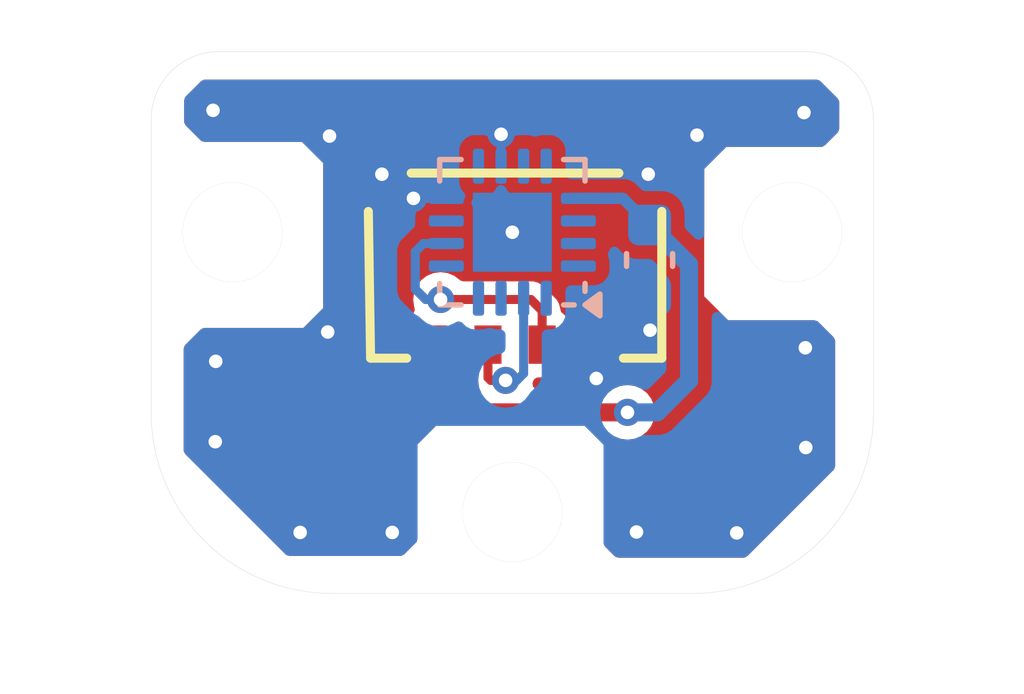
<source format=kicad_pcb>
(kicad_pcb (version 20240108) (generator "pcbnew") (generator_version "8.0")
  (layers (0 "F.Cu" signal) (31 "B.Cu" signal) (34 "B.Paste" user) (35 "F.Paste" user) (36 "B.SilkS" user "B.Silkscreen") (37 "F.SilkS" user "F.Silkscreen") (38 "B.Mask" user) (39 "F.Mask" user) (44 "Edge.Cuts" user))
  (net 0 "")
  (net 1 "GND")
  (net 2 "+3.3V")
  (net 3 "/ENC_B")
  (net 4 "/ENC_A")
  (footprint "mylib:DF65-4P" (layer "F.Cu") (at 151.585 97.800001 180)
    (property "Reference" "J1" (hide yes))
    (property "Value" "DF65")
    (fp_line (start 3.175001 -1.949999) (end 3.225 1.300001) (stroke (width 0.2)) (layer "F.SilkS"))
    (fp_line (start 2.375 -1.949999) (end 3.175001 -1.949999) (stroke (width 0.2)) (layer "F.SilkS"))
    (fp_line (start -1.824999 -2.399999) (end -1.824999 -2.399999) (stroke (width 0.1)) (layer "F.SilkS"))
    (fp_line (start -1.825 -2.299999) (end -1.825 -2.299999) (stroke (width 0.1)) (layer "F.SilkS"))
    (fp_line (start -2.325 2.15) (end 2.275 2.150001) (stroke (width 0.2)) (layer "F.SilkS"))
    (fp_line (start -2.424999 -1.949999) (end -3.275 -1.949999) (stroke (width 0.2)) (layer "F.SilkS"))
    (fp_line (start -3.275 -1.949999) (end -3.275 1.300001) (stroke (width 0.2)) (layer "F.SilkS"))
    (fp_arc (start -1.824999 -2.399999) (mid -1.775 -2.349998) (end -1.825 -2.299999) (stroke (width 0.1)) (layer "F.SilkS"))
    (fp_arc (start -1.825 -2.299999) (mid -1.875 -2.349999) (end -1.824999 -2.399999) (stroke (width 0.1)) (layer "F.SilkS"))
    (pad "1" smd rect (at -2.975 2.125001 180) (size 0.7 0.8) (layers "F.Cu" "F.Paste" "F.Mask") (net 1 "GND"))
    (pad "1" smd rect (at -1.824999 -1.649999 180) (size 0.6 0.85) (layers "F.Cu" "F.Paste" "F.Mask") (net 1 "GND"))
    (pad "1" smd rect (at 2.925 2.125001 180) (size 0.7 0.8) (layers "F.Cu" "F.Paste" "F.Mask") (net 1 "GND"))
    (pad "2" smd rect (at -0.625 -1.649999 180) (size 0.6 0.85) (layers "F.Cu" "F.Paste" "F.Mask") (net 3 "/ENC_B"))
    (pad "3" smd rect (at 0.575 -1.649999 180) (size 0.6 0.85) (layers "F.Cu" "F.Paste" "F.Mask") (net 4 "/ENC_A"))
    (pad "4" smd rect (at 1.775 -1.649999 180) (size 0.6 0.85) (layers "F.Cu" "F.Paste" "F.Mask") (net 2 "+3.3V"))
  )
  (footprint "MountingHole:MountingHole_2.2mm_M2" (layer "F.Cu") (at 145.35 96.959999)
    (property "Reference" "H1" (hide yes))
    (property "Value" "MountingHole")
    (pad "" np_thru_hole circle (at 0 0) (size 2.2 2.2) (drill 2.2) (layers "*.Cu" "*.Mask"))
  )
  (footprint "MountingHole:MountingHole_2.2mm_M2" (layer "F.Cu") (at 157.75 96.959999)
    (property "Reference" "H2" (hide yes))
    (property "Value" "MountingHole")
    (pad "" np_thru_hole circle (at 0 0) (size 2.2 2.2) (drill 2.2) (layers "*.Cu" "*.Mask"))
  )
  (footprint "MountingHole:MountingHole_2.2mm_M2" (layer "F.Cu") (at 151.55 103.159999)
    (property "Reference" "H3" (hide yes))
    (property "Value" "MountingHole")
    (pad "" np_thru_hole circle (at 0 0) (size 2.2 2.2) (drill 2.2) (layers "*.Cu" "*.Mask"))
  )
  (footprint "Package_DFN_QFN:QFN-16-1EP_3x3mm_P0.5mm_EP1.75x1.75mm" (layer "B.Cu") (at 151.55 96.96 90)
    (property "Reference" "U1" (hide yes))
    (property "Value" "MA730")
    (fp_line (start 1.61 -1.61) (end 1.135 -1.61) (stroke (width 0.12)) (layer "B.SilkS"))
    (fp_line (start -1.61 -1.61) (end -1.135 -1.61) (stroke (width 0.12)) (layer "B.SilkS"))
    (fp_line (start 1.61 -1.135) (end 1.61 -1.61) (stroke (width 0.12)) (layer "B.SilkS"))
    (fp_line (start -1.61 -1.135) (end -1.61 -1.61) (stroke (width 0.12)) (layer "B.SilkS"))
    (fp_line (start 1.61 1.135) (end 1.61 1.61) (stroke (width 0.12)) (layer "B.SilkS"))
    (fp_line (start -1.61 1.37) (end -1.61 1.135) (stroke (width 0.12)) (layer "B.SilkS"))
    (fp_line (start 1.61 1.61) (end 1.135 1.61) (stroke (width 0.12)) (layer "B.SilkS"))
    (fp_line (start -1.31 1.61) (end -1.135 1.61) (stroke (width 0.12)) (layer "B.SilkS"))
    (fp_poly (pts (xy -1.61 1.61) (xy -1.85 1.94) (xy -1.37 1.94) (xy -1.61 1.61)) (stroke (width 0.12)) (fill solid) (layer "B.SilkS"))
    (pad "1" smd roundrect (at -1.4625 0.75 90) (size 0.775 0.25) (layers "B.Cu" "B.Paste" "B.Mask"))
    (pad "2" smd roundrect (at -1.4625 0.25 90) (size 0.775 0.25) (layers "B.Cu" "B.Paste" "B.Mask") (net 4 "/ENC_A"))
    (pad "3" smd roundrect (at -1.4625 -0.25 90) (size 0.775 0.25) (layers "B.Cu" "B.Paste" "B.Mask"))
    (pad "4" smd roundrect (at -1.4625 -0.75 90) (size 0.775 0.25) (layers "B.Cu" "B.Paste" "B.Mask"))
    (pad "5" smd roundrect (at -0.75 -1.4625 90) (size 0.25 0.775) (layers "B.Cu" "B.Paste" "B.Mask"))
    (pad "6" smd roundrect (at -0.25 -1.4625 90) (size 0.25 0.775) (layers "B.Cu" "B.Paste" "B.Mask") (net 3 "/ENC_B"))
    (pad "7" smd roundrect (at 0.25 -1.4625 90) (size 0.25 0.775) (layers "B.Cu" "B.Paste" "B.Mask"))
    (pad "8" smd roundrect (at 0.75 -1.4625 90) (size 0.25 0.775) (layers "B.Cu" "B.Paste" "B.Mask") (net 1 "GND"))
    (pad "9" smd roundrect (at 1.4625 -0.75 90) (size 0.775 0.25) (layers "B.Cu" "B.Paste" "B.Mask"))
    (pad "10" smd roundrect (at 1.4625 -0.25 90) (size 0.775 0.25) (layers "B.Cu" "B.Paste" "B.Mask") (net 1 "GND"))
    (pad "11" smd roundrect (at 1.4625 0.25 90) (size 0.775 0.25) (layers "B.Cu" "B.Paste" "B.Mask"))
    (pad "12" smd roundrect (at 1.4625 0.75 90) (size 0.775 0.25) (layers "B.Cu" "B.Paste" "B.Mask"))
    (pad "13" smd roundrect (at 0.75 1.4625 90) (size 0.25 0.775) (layers "B.Cu" "B.Paste" "B.Mask") (net 2 "+3.3V"))
    (pad "14" smd roundrect (at 0.25 1.4625 90) (size 0.25 0.775) (layers "B.Cu" "B.Paste" "B.Mask"))
    (pad "15" smd roundrect (at -0.25 1.4625 90) (size 0.25 0.775) (layers "B.Cu" "B.Paste" "B.Mask"))
    (pad "16" smd roundrect (at -0.75 1.4625 90) (size 0.25 0.775) (layers "B.Cu" "B.Paste" "B.Mask"))
    (pad "17" smd rect (at 0 0 90) (size 1.75 1.75) (property pad_prop_heatsink) (layers "B.Cu" "B.Mask") (net 1 "GND"))
  )
  (footprint "Capacitor_SMD:C_0603_1608Metric" (layer "B.Cu") (at 154.59 97.575 -90)
    (property "Reference" "C1" (hide yes))
    (property "Value" "1u")
    (fp_line (start 0.140581 0.51) (end -0.140581 0.51) (stroke (width 0.12)) (layer "B.SilkS"))
    (fp_line (start 0.140581 -0.51) (end -0.140581 -0.51) (stroke (width 0.12)) (layer "B.SilkS"))
    (pad "1" smd roundrect (at -0.775 0 270) (size 0.9 0.95) (layers "B.Cu" "B.Paste" "B.Mask") (net 2 "+3.3V"))
    (pad "2" smd roundrect (at 0.775 0 270) (size 0.9 0.95) (layers "B.Cu" "B.Paste" "B.Mask") (net 1 "GND"))
  )
  (gr_line (start 159.55 100.959999) (end 159.549999 94.46) (stroke (width 0.008)) (layer "Edge.Cuts"))
  (gr_circle (center 145.35 96.959999) (end 144.25 96.959999) (stroke (width 0.008)) (fill none) (layer "Edge.Cuts"))
  (gr_line (start 147.55 104.96) (end 155.550001 104.96) (stroke (width 0.008)) (layer "Edge.Cuts"))
  (gr_line (start 158.049999 92.96) (end 145.05 92.959999) (stroke (width 0.008)) (layer "Edge.Cuts"))
  (gr_circle (center 151.55 103.159999) (end 150.45 103.159999) (stroke (width 0.008)) (fill none) (layer "Edge.Cuts"))
  (gr_circle (center 157.75 96.959999) (end 156.65 96.959999) (stroke (width 0.008)) (fill none) (layer "Edge.Cuts"))
  (gr_arc (start 143.549999 94.459999) (mid 143.989339 93.399338) (end 145.05 92.959999) (stroke (width 0.008)) (layer "Edge.Cuts"))
  (gr_arc (start 147.55 104.96) (mid 144.721572 103.788427) (end 143.549999 100.959999) (stroke (width 0.008)) (layer "Edge.Cuts"))
  (gr_line (start 143.549999 94.459999) (end 143.549999 100.959999) (stroke (width 0.008)) (layer "Edge.Cuts"))
  (gr_arc (start 158.049999 92.96) (mid 159.11066 93.39934) (end 159.549999 94.46) (stroke (width 0.008)) (layer "Edge.Cuts"))
  (gr_arc (start 159.55 100.959999) (mid 158.378427 103.788426) (end 155.550001 104.96) (stroke (width 0.008)) (layer "Edge.Cuts"))
  (segment (start 153.409999 99.45) (end 153.409999 100.199999) (width 0.2) (layer "F.Cu") (net 1))
  (segment (start 153.409999 100.199999) (end 153.41 100.2) (width 0.2) (layer "F.Cu") (net 1))
  (via (at 154.56 95.675) (size 0.6) (drill 0.3) (layers "F.Cu" "B.Cu") (net 1))
  (via (at 146.85 103.61) (size 0.6) (drill 0.3) (layers "F.Cu" "B.Cu") (net 1))
  (via (at 149.36 96.21) (size 0.6) (drill 0.3) (layers "F.Cu" "B.Cu") (net 1))
  (via (at 148.89 103.61) (size 0.6) (drill 0.3) (layers "F.Cu" "B.Cu") (net 1))
  (via (at 144.97 101.6) (size 0.6) (drill 0.3) (layers "F.Cu" "B.Cu") (net 1))
  (via (at 156.52 103.62) (size 0.6) (drill 0.3) (layers "F.Cu" "B.Cu") (net 1))
  (via (at 158.04 99.52) (size 0.6) (drill 0.3) (layers "F.Cu" "B.Cu") (net 1))
  (via (at 144.92 94.26) (size 0.6) (drill 0.3) (layers "F.Cu" "B.Cu") (net 1))
  (via (at 154.3 103.6) (size 0.6) (drill 0.3) (layers "F.Cu" "B.Cu") (net 1))
  (via (at 147.46 99.17) (size 0.6) (drill 0.3) (layers "F.Cu" "B.Cu") (net 1))
  (via (at 151.3 94.79) (size 0.6) (drill 0.3) (layers "F.Cu" "B.Cu") (net 1))
  (via (at 155.64 94.81) (size 0.6) (drill 0.3) (layers "F.Cu" "B.Cu") (net 1))
  (via (at 154.6 99.13) (size 0.6) (drill 0.3) (layers "F.Cu" "B.Cu") (net 1))
  (via (at 158.05 101.73) (size 0.6) (drill 0.3) (layers "F.Cu" "B.Cu") (net 1))
  (via (at 147.5 94.83) (size 0.6) (drill 0.3) (layers "F.Cu" "B.Cu") (net 1))
  (via (at 153.41 100.2) (size 0.6) (drill 0.3) (layers "F.Cu" "B.Cu") (net 1))
  (via (at 144.98 99.82) (size 0.6) (drill 0.3) (layers "F.Cu" "B.Cu") (net 1))
  (via (at 158.01 94.31) (size 0.6) (drill 0.3) (layers "F.Cu" "B.Cu") (net 1))
  (via (at 148.66 95.675) (size 0.6) (drill 0.3) (layers "F.Cu" "B.Cu") (net 1))
  (via (at 151.55 96.96) (size 0.6) (drill 0.3) (layers "F.Cu" "B.Cu") (net 1))
  (segment (start 150.0875 96.21) (end 149.36 96.21) (width 0.2) (layer "B.Cu") (net 1))
  (segment (start 154.59 98.35) (end 154.59 99.12) (width 0.2) (layer "B.Cu") (net 1))
  (segment (start 151.3 95.4975) (end 151.3 94.79) (width 0.2) (layer "B.Cu") (net 1))
  (segment (start 154.59 99.12) (end 154.6 99.13) (width 0.2) (layer "B.Cu") (net 1))
  (segment (start 149.81 100.38) (end 149.81 99.45) (width 0.4) (layer "F.Cu") (net 2))
  (segment (start 150.38 100.95) (end 149.81 100.38) (width 0.4) (layer "F.Cu") (net 2))
  (segment (start 154.1 100.95) (end 150.38 100.95) (width 0.4) (layer "F.Cu") (net 2))
  (via (at 154.1 100.95) (size 0.6) (drill 0.3) (layers "F.Cu" "B.Cu") (net 2))
  (segment (start 155.465 97.675) (end 154.59 96.8) (width 0.4) (layer "B.Cu") (net 2))
  (segment (start 154 96.21) (end 154.59 96.8) (width 0.25) (layer "B.Cu") (net 2))
  (segment (start 154.1 100.95) (end 154.76 100.95) (width 0.4) (layer "B.Cu") (net 2))
  (segment (start 155.465 100.245) (end 155.465 97.675) (width 0.4) (layer "B.Cu") (net 2))
  (segment (start 153.0125 96.21) (end 154 96.21) (width 0.25) (layer "B.Cu") (net 2))
  (segment (start 154.76 100.95) (end 155.465 100.245) (width 0.4) (layer "B.Cu") (net 2))
  (segment (start 151.96 98.45) (end 152.21 98.7) (width 0.2) (layer "F.Cu") (net 3))
  (segment (start 149.96 98.45) (end 151.96 98.45) (width 0.2) (layer "F.Cu") (net 3))
  (segment (start 152.21 98.7) (end 152.21 99.45) (width 0.2) (layer "F.Cu") (net 3))
  (via (at 149.96 98.45) (size 0.6) (drill 0.3) (layers "F.Cu" "B.Cu") (net 3))
  (segment (start 149.58 97.21) (end 150.0875 97.21) (width 0.2) (layer "B.Cu") (net 3))
  (segment (start 149.4 98.22) (end 149.4 97.39) (width 0.2) (layer "B.Cu") (net 3))
  (segment (start 149.4 97.39) (end 149.58 97.21) (width 0.2) (layer "B.Cu") (net 3))
  (segment (start 149.63 98.45) (end 149.4 98.22) (width 0.2) (layer "B.Cu") (net 3))
  (segment (start 149.96 98.45) (end 149.63 98.45) (width 0.2) (layer "B.Cu") (net 3))
  (segment (start 151.4 100.241804) (end 151.071804 100.241804) (width 0.2) (layer "F.Cu") (net 4))
  (segment (start 151.01 100.18) (end 151.01 99.45) (width 0.2) (layer "F.Cu") (net 4))
  (segment (start 151.071804 100.241804) (end 151.01 100.18) (width 0.2) (layer "F.Cu") (net 4))
  (via (at 151.4 100.241804) (size 0.6) (drill 0.3) (layers "F.Cu" "B.Cu") (net 4))
  (segment (start 151.4 100.241804) (end 151.648196 100.241804) (width 0.2) (layer "B.Cu") (net 4))
  (segment (start 151.648196 100.241804) (end 151.8 100.09) (width 0.2) (layer "B.Cu") (net 4))
  (segment (start 151.8 100.09) (end 151.8 98.4225) (width 0.2) (layer "B.Cu") (net 4))
  (zone (net 1) (net_name "GND") (layers "F&B.Cu") (connect_pads yes (clearance 0.3)) (min_thickness 0.25) (fill yes (thermal_gap 0.5) (thermal_bridge_width 0.5))
    (polygon (pts (xy 144.69 93.58) (xy 158.34 93.58) (xy 158.79 94.03) (xy 158.79 94.72) (xy 158.44 95.07) (xy 156.29 95.07) (xy 155.8 95.56) (xy 155.8 98.38) (xy 156.33 98.91) (xy 158.29 98.91) (xy 158.7 99.32) (xy 158.7 102.19) (xy 156.72 104.17) (xy 153.85 104.17) (xy 153.57 103.89) (xy 153.57 101.67) (xy 153.150001 101.250001) (xy 149.859999 101.250001) (xy 149.45 101.66) (xy 149.45 103.8) (xy 149.12 104.13) (xy 146.56 104.13) (xy 144.27 101.84) (xy 144.27 99.49) (xy 144.68 99.08) (xy 146.92 99.08) (xy 147.36 98.64) (xy 147.36 95.43) (xy 146.89 94.96) (xy 144.68 94.96) (xy 144.28 94.56) (xy 144.28 93.99)))
  )
)
</source>
